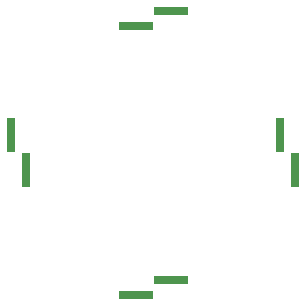
<source format=gbr>
%TF.GenerationSoftware,KiCad,Pcbnew,(6.0.8)*%
%TF.CreationDate,2022-11-08T14:14:13+01:00*%
%TF.ProjectId,Kockica,4b6f636b-6963-4612-9e6b-696361645f70,rev?*%
%TF.SameCoordinates,Original*%
%TF.FileFunction,Soldermask,Bot*%
%TF.FilePolarity,Negative*%
%FSLAX46Y46*%
G04 Gerber Fmt 4.6, Leading zero omitted, Abs format (unit mm)*
G04 Created by KiCad (PCBNEW (6.0.8)) date 2022-11-08 14:14:13*
%MOMM*%
%LPD*%
G01*
G04 APERTURE LIST*
%ADD10R,3.000000X0.650000*%
%ADD11R,0.650000X3.000000*%
G04 APERTURE END LIST*
D10*
%TO.C,J1*%
X54700000Y-45435000D03*
X57700000Y-44165000D03*
%TD*%
D11*
%TO.C,J4*%
X66965000Y-54700000D03*
X68235000Y-57700000D03*
%TD*%
D10*
%TO.C,J3*%
X57700000Y-66965000D03*
X54700000Y-68235000D03*
%TD*%
D11*
%TO.C,J2*%
X45435000Y-57700000D03*
X44165000Y-54700000D03*
%TD*%
M02*

</source>
